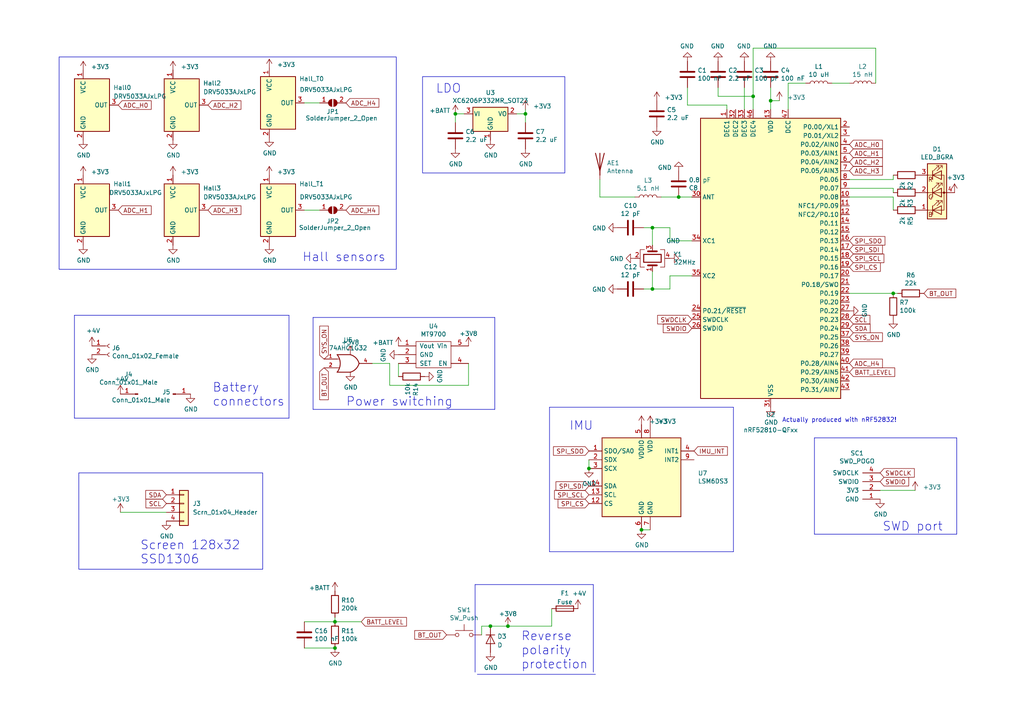
<source format=kicad_sch>
(kicad_sch (version 20230121) (generator eeschema)
  (paper "A4")
  (title_block (title "uMyo") (rev "v2") (company "Ultimate Robotics"))
  (lib_symbols
    (symbol "74xGxx:74AHC1G32" (pin_names (offset 1.016))
      (property "Reference" "U" (at -2.54 3.81 0))
      (property "Value" "74AHC1G32" (at 0 -3.81 0))
      (symbol "74AHC1G32_0_1"
        (arc (start -3.81 -2.54) (mid -2.919 0) (end -3.81 2.54) (stroke (width 0.254)))
        (arc (start 0 -2.54) (mid 1.5993 -1.6027) (end 2.54 0) (stroke (width 0.254)))
        (polyline (pts (xy -3.81 -1.27) (xy -3.175 -1.27)))
        (polyline (pts (xy -3.81 1.27) (xy -3.175 1.27)))
        (polyline (pts (xy 0 -2.54) (xy -3.81 -2.54)) (stroke (width 0.254)) (fill (type background)))
        (polyline (pts (xy 0 2.54) (xy -3.81 2.54)) (stroke (width 0.254)) (fill (type background)))
        (arc (start 2.54 0) (mid 1.6119 1.6152) (end 0 2.54) (stroke (width 0.254)))
      )
      (symbol "74AHC1G32_1_1"
        (pin input line (at -7.62 1.27 0) (length 3.81) (name "~") (number "1"))
        (pin input line (at -7.62 -1.27 0) (length 3.81) (name "~") (number "2"))
        (pin power_in line (at 0 -2.54 270) (length 0) hide (name "GND") (number "3"))
        (pin output line (at 6.35 0 180) (length 3.81) (name "~") (number "4"))
        (pin power_in line (at 0 2.54 90) (length 0) hide (name "VCC") (number "5"))
      )
    )
    (symbol "Connector:Conn_01x01_Male" (pin_names (offset 1.016) hide)
      (property "Reference" "J" (at 0 2.54 0))
      (property "Value" "Conn_01x01_Male" (at 0 -2.54 0))
      (symbol "Conn_01x01_Male_1_1"
        (polyline (pts (xy 1.27 0) (xy 0.8636 0)) (stroke (width 0.1524)))
        (rectangle (start 0.8636 0.127) (end 0 -0.127) (stroke (width 0.1524)) (fill (type outline)))
        (pin passive line (at 5.08 0 180) (length 3.81) (name "Pin_1") (number "1"))
      )
    )
    (symbol "Connector:Conn_01x02_Female" (pin_names (offset 1.016) hide)
      (property "Reference" "J" (at 0 2.54 0))
      (property "Value" "Conn_01x02_Female" (at 0 -5.08 0))
      (symbol "Conn_01x02_Female_1_1"
        (arc (start 0 -2.032) (mid -0.5058 -2.54) (end 0 -3.048) (stroke (width 0.1524)))
        (polyline (pts (xy -1.27 -2.54) (xy -0.508 -2.54)) (stroke (width 0.1524)))
        (polyline (pts (xy -1.27 0) (xy -0.508 0)) (stroke (width 0.1524)))
        (arc (start 0 0.508) (mid -0.5058 0) (end 0 -0.508) (stroke (width 0.1524)))
        (pin passive line (at -5.08 0 0) (length 3.81) (name "Pin_1") (number "1"))
        (pin passive line (at -5.08 -2.54 0) (length 3.81) (name "Pin_2") (number "2"))
      )
    )
    (symbol "Connector_Generic:Conn_01x04" (pin_names (offset 1.016) hide)
      (property "Reference" "J" (at 0 5.08 0))
      (property "Value" "Conn_01x04" (at 0 -7.62 0))
      (symbol "Conn_01x04_1_1"
        (rectangle (start -1.27 -4.953) (end 0 -5.207) (stroke (width 0.1524)))
        (rectangle (start -1.27 -2.413) (end 0 -2.667) (stroke (width 0.1524)))
        (rectangle (start -1.27 0.127) (end 0 -0.127) (stroke (width 0.1524)))
        (rectangle (start -1.27 2.667) (end 0 2.413) (stroke (width 0.1524)))
        (rectangle (start -1.27 3.81) (end 1.27 -6.35) (stroke (width 0.254)) (fill (type background)))
        (pin passive line (at -5.08 2.54 0) (length 3.81) (name "Pin_1") (number "1"))
        (pin passive line (at -5.08 0 0) (length 3.81) (name "Pin_2") (number "2"))
        (pin passive line (at -5.08 -2.54 0) (length 3.81) (name "Pin_3") (number "3"))
        (pin passive line (at -5.08 -5.08 0) (length 3.81) (name "Pin_4") (number "4"))
      )
    )
    (symbol "Device:Antenna" (pin_numbers hide) (pin_names (offset 1.016) hide)
      (property "Reference" "AE" (at -1.905 1.905 0))
      (property "Value" "Antenna" (at -1.905 0 0))
      (symbol "Antenna_0_1"
        (polyline (pts (xy 0 2.54) (xy 0 -3.81)) (stroke (width 0.254)))
        (polyline (pts (xy 1.27 2.54) (xy 0 -2.54) (xy -1.27 2.54)) (stroke (width 0.254)))
      )
      (symbol "Antenna_1_1"
        (pin input line (at 0 -5.08 90) (length 2.54) (name "A") (number "1"))
      )
    )
    (symbol "Device:C" (pin_numbers hide) (pin_names (offset 0.254))
      (property "Reference" "C" (at 0.635 2.54 0))
      (property "Value" "C" (at 0.635 -2.54 0))
      (symbol "C_0_1"
        (polyline (pts (xy -2.032 -0.762) (xy 2.032 -0.762)) (stroke (width 0.508)))
        (polyline (pts (xy -2.032 0.762) (xy 2.032 0.762)) (stroke (width 0.508)))
      )
      (symbol "C_1_1"
        (pin passive line (at 0 3.81 270) (length 2.794) (name "~") (number "1"))
        (pin passive line (at 0 -3.81 90) (length 2.794) (name "~") (number "2"))
      )
    )
    (symbol "Device:Crystal_GND24" (pin_names (offset 1.016) hide)
      (property "Reference" "Y" (at 3.175 5.08 0))
      (property "Value" "Crystal_GND24" (at 3.175 3.175 0))
      (symbol "Crystal_GND24_0_1"
        (rectangle (start -1.143 2.54) (end 1.143 -2.54) (stroke (width 0.3048)))
        (polyline (pts (xy -2.54 0) (xy -2.032 0)))
        (polyline (pts (xy -2.032 -1.27) (xy -2.032 1.27)) (stroke (width 0.508)))
        (polyline (pts (xy 0 -3.81) (xy 0 -3.556)))
        (polyline (pts (xy 0 3.556) (xy 0 3.81)))
        (polyline (pts (xy 2.032 -1.27) (xy 2.032 1.27)) (stroke (width 0.508)))
        (polyline (pts (xy 2.032 0) (xy 2.54 0)))
        (polyline (pts (xy -2.54 -2.286) (xy -2.54 -3.556) (xy 2.54 -3.556) (xy 2.54 -2.286)))
        (polyline (pts (xy -2.54 2.286) (xy -2.54 3.556) (xy 2.54 3.556) (xy 2.54 2.286)))
      )
      (symbol "Crystal_GND24_1_1"
        (pin passive line (at -3.81 0 0) (length 1.27) (name "1") (number "1"))
        (pin passive line (at 0 5.08 270) (length 1.27) (name "2") (number "2"))
        (pin passive line (at 3.81 0 180) (length 1.27) (name "3") (number "3"))
        (pin passive line (at 0 -5.08 90) (length 1.27) (name "4") (number "4"))
      )
    )
    (symbol "Device:D" (pin_numbers hide) (pin_names (offset 1.016) hide)
      (property "Reference" "D" (at 0 2.54 0))
      (property "Value" "D" (at 0 -2.54 0))
      (symbol "D_0_1"
        (polyline (pts (xy -1.27 1.27) (xy -1.27 -1.27)) (stroke (width 0.2032)))
        (polyline (pts (xy 1.27 0) (xy -1.27 0)))
        (polyline (pts (xy 1.27 1.27) (xy 1.27 -1.27) (xy -1.27 0) (xy 1.27 1.27)) (stroke (width 0.2032)))
      )
      (symbol "D_1_1"
        (pin passive line (at -3.81 0 0) (length 2.54) (name "K") (number "1"))
        (pin passive line (at 3.81 0 180) (length 2.54) (name "A") (number "2"))
      )
    )
    (symbol "Device:Fuse" (pin_numbers hide) (pin_names (offset 0))
      (property "Reference" "F" (at 2.032 0 90))
      (property "Value" "Fuse" (at -1.905 0 90))
      (symbol "Fuse_0_1"
        (rectangle (start -0.762 -2.54) (end 0.762 2.54) (stroke (width 0.254)))
        (polyline (pts (xy 0 2.54) (xy 0 -2.54)))
      )
      (symbol "Fuse_1_1"
        (pin passive line (at 0 3.81 270) (length 1.27) (name "~") (number "1"))
        (pin passive line (at 0 -3.81 90) (length 1.27) (name "~") (number "2"))
      )
    )
    (symbol "Device:L" (pin_numbers hide) (pin_names (offset 1.016) hide)
      (property "Reference" "L" (at -1.27 0 90))
      (property "Value" "L" (at 1.905 0 90))
      (symbol "L_0_1"
        (arc (start 0 -2.54) (mid 0.6323 -1.905) (end 0 -1.27))
        (arc (start 0 -1.27) (mid 0.6323 -0.635) (end 0 0))
        (arc (start 0 0) (mid 0.6323 0.635) (end 0 1.27))
        (arc (start 0 1.27) (mid 0.6323 1.905) (end 0 2.54))
      )
      (symbol "L_1_1"
        (pin passive line (at 0 3.81 270) (length 1.27) (name "1") (number "1"))
        (pin passive line (at 0 -3.81 90) (length 1.27) (name "2") (number "2"))
      )
    )
    (symbol "Device:LED_BGRA" (pin_names (offset 0) hide)
      (property "Reference" "D" (at 0 9.398 0))
      (property "Value" "LED_BGRA" (at 0 -8.89 0))
      (symbol "LED_BGRA_0_0"
        (text "B" (at -1.905 -6.35 0) (effects (font (size 1.27 1.27))))
        (text "G" (at -1.905 -1.27 0) (effects (font (size 1.27 1.27))))
        (text "R" (at -1.905 3.81 0) (effects (font (size 1.27 1.27))))
      )
      (symbol "LED_BGRA_0_1"
        (polyline (pts (xy -1.27 -5.08) (xy -2.54 -5.08)))
        (polyline (pts (xy -1.27 -5.08) (xy 1.27 -5.08)))
        (polyline (pts (xy -1.27 -3.81) (xy -1.27 -6.35)))
        (polyline (pts (xy -1.27 -3.81) (xy -1.27 -6.35)) (stroke (width 0.2032)))
        (polyline (pts (xy -1.27 0) (xy -2.54 0)))
        (polyline (pts (xy -1.27 0) (xy 1.27 0)))
        (polyline (pts (xy -1.27 1.27) (xy -1.27 -1.27)) (stroke (width 0.2032)))
        (polyline (pts (xy -1.27 5.08) (xy -2.54 5.08)))
        (polyline (pts (xy -1.27 6.35) (xy -1.27 3.81)) (stroke (width 0.2032)))
        (polyline (pts (xy 1.27 0) (xy 2.54 0)))
        (polyline (pts (xy 1.27 5.08) (xy -1.27 5.08)))
        (polyline (pts (xy -1.27 1.27) (xy -1.27 -1.27) (xy -1.27 -1.27)))
        (polyline (pts (xy -1.27 6.35) (xy -1.27 3.81) (xy -1.27 3.81)))
        (polyline (pts (xy 1.27 -5.08) (xy 2.032 -5.08) (xy 2.032 5.08) (xy 1.27 5.08)))
        (polyline (pts (xy 1.27 -3.81) (xy 1.27 -6.35) (xy -1.27 -5.08) (xy 1.27 -3.81)) (stroke (width 0.2032)))
        (polyline (pts (xy 1.27 1.27) (xy 1.27 -1.27) (xy -1.27 0) (xy 1.27 1.27)) (stroke (width 0.2032)))
        (polyline (pts (xy 1.27 6.35) (xy 1.27 3.81) (xy -1.27 5.08) (xy 1.27 6.35)) (stroke (width 0.2032)))
        (polyline (pts (xy -1.016 -3.81) (xy 0.508 -2.286) (xy -0.254 -2.286) (xy 0.508 -2.286) (xy 0.508 -3.048)))
        (polyline (pts (xy -1.016 1.27) (xy 0.508 2.794) (xy -0.254 2.794) (xy 0.508 2.794) (xy 0.508 2.032)))
        (polyline (pts (xy -1.016 6.35) (xy 0.508 7.874) (xy -0.254 7.874) (xy 0.508 7.874) (xy 0.508 7.112)))
        (polyline (pts (xy 0 -3.81) (xy 1.524 -2.286) (xy 0.762 -2.286) (xy 1.524 -2.286) (xy 1.524 -3.048)))
        (polyline (pts (xy 0 1.27) (xy 1.524 2.794) (xy 0.762 2.794) (xy 1.524 2.794) (xy 1.524 2.032)))
        (polyline (pts (xy 0 6.35) (xy 1.524 7.874) (xy 0.762 7.874) (xy 1.524 7.874) (xy 1.524 7.112)))
        (rectangle (start 1.27 -1.27) (end 1.27 1.27))
        (rectangle (start 1.27 1.27) (end 1.27 1.27))
        (rectangle (start 1.27 3.81) (end 1.27 6.35))
        (rectangle (start 1.27 6.35) (end 1.27 6.35))
        (circle (center 2.032 0) (radius 0.254) (fill (type outline)))
        (rectangle (start 2.794 8.382) (end -2.794 -7.62) (stroke (width 0.254)) (fill (type background)))
      )
      (symbol "LED_BGRA_1_1"
        (pin passive line (at -5.08 -5.08 0) (length 2.54) (name "BK") (number "1"))
        (pin passive line (at -5.08 0 0) (length 2.54) (name "GK") (number "2"))
        (pin passive line (at -5.08 5.08 0) (length 2.54) (name "RK") (number "3"))
        (pin passive line (at 5.08 0 180) (length 2.54) (name "A") (number "4"))
      )
    )
    (symbol "Device:R" (pin_numbers hide) (pin_names (offset 0))
      (property "Reference" "R" (at 2.032 0 90))
      (property "Value" "R" (at 0 0 90))
      (symbol "R_0_1"
        (rectangle (start -1.016 -2.54) (end 1.016 2.54) (stroke (width 0.254)))
      )
      (symbol "R_1_1"
        (pin passive line (at 0 3.81 270) (length 1.27) (name "~") (number "1"))
        (pin passive line (at 0 -3.81 90) (length 1.27) (name "~") (number "2"))
      )
    )
    (symbol "Jumper:SolderJumper_2_Open" (pin_names (offset 0) hide)
      (property "Reference" "JP" (at 0 2.032 0))
      (property "Value" "SolderJumper_2_Open" (at 0 -2.54 0))
      (symbol "SolderJumper_2_Open_0_1"
        (arc (start -0.254 1.016) (mid -1.2656 0) (end -0.254 -1.016))
        (arc (start -0.254 1.016) (mid -1.2656 0) (end -0.254 -1.016) (fill (type outline)))
        (polyline (pts (xy -0.254 1.016) (xy -0.254 -1.016)))
        (polyline (pts (xy 0.254 1.016) (xy 0.254 -1.016)))
        (arc (start 0.254 -1.016) (mid 1.2656 0) (end 0.254 1.016))
        (arc (start 0.254 -1.016) (mid 1.2656 0) (end 0.254 1.016) (fill (type outline)))
      )
      (symbol "SolderJumper_2_Open_1_1"
        (pin passive line (at -3.81 0 0) (length 2.54) (name "A") (number "1"))
        (pin passive line (at 3.81 0 180) (length 2.54) (name "B") (number "2"))
      )
    )
    (symbol "Sensor_Magnetic:DRV5033AJxLPG"
      (property "Reference" "U" (at 5.08 12.7 0))
      (property "Value" "DRV5033AJxLPG" (at 7.62 10.16 0))
      (symbol "DRV5033AJxLPG_1_1"
        (rectangle (start -5.08 7.62) (end 5.08 -7.62) (stroke (width 0.254)) (fill (type background)))
        (pin power_in line (at -2.54 10.16 270) (length 2.54) (name "VCC") (number "1"))
        (pin power_in line (at -2.54 -10.16 90) (length 2.54) (name "GND") (number "2"))
        (pin output line (at 7.62 0 180) (length 2.54) (name "OUT") (number "3"))
      )
    )
    (symbol "Sensor_Motion:LSM6DS3"
      (property "Reference" "U" (at -11.43 15.24 0))
      (property "Value" "LSM6DS3" (at -11.43 12.7 0))
      (symbol "LSM6DS3_0_1"
        (rectangle (start 11.43 11.43) (end -11.43 -11.43) (stroke (width 0.254)) (fill (type background)))
      )
      (symbol "LSM6DS3_1_1"
        (pin bidirectional line (at -15.24 7.62 0) (length 3.81) (name "SDO/SA0") (number "1"))
        (pin no_connect line (at 10.16 -5.08 180) (length 3.81) hide (name "NC") (number "10"))
        (pin no_connect line (at 10.16 -2.54 180) (length 3.81) hide (name "NC") (number "11"))
        (pin input line (at -15.24 -7.62 0) (length 3.81) (name "CS") (number "12"))
        (pin input line (at -15.24 -5.08 0) (length 3.81) (name "SCL") (number "13"))
        (pin bidirectional line (at -15.24 -2.54 0) (length 3.81) (name "SDA") (number "14"))
        (pin bidirectional line (at -15.24 5.08 0) (length 3.81) (name "SDX") (number "2"))
        (pin input line (at -15.24 2.54 0) (length 3.81) (name "SCX") (number "3"))
        (pin output line (at 15.24 7.62 180) (length 3.81) (name "INT1") (number "4"))
        (pin power_in line (at 0 15.24 270) (length 3.81) (name "VDDIO") (number "5"))
        (pin power_in line (at 0 -15.24 90) (length 3.81) (name "GND") (number "6"))
        (pin power_in line (at 2.54 -15.24 90) (length 3.81) (name "GND") (number "7"))
        (pin power_in line (at 2.54 15.24 270) (length 3.81) (name "VDD") (number "8"))
        (pin output line (at 15.24 5.08 180) (length 3.81) (name "INT2") (number "9"))
      )
    )
    (symbol "Switch:SW_Push" (pin_numbers hide) (pin_names (offset 1.016) hide)
      (property "Reference" "SW" (at 1.27 2.54 0))
      (property "Value" "SW_Push" (at 0 -1.524 0))
      (symbol "SW_Push_0_1"
        (circle (center -2.032 0) (radius 0.508))
        (polyline (pts (xy 0 1.27) (xy 0 3.048)))
        (polyline (pts (xy 2.54 1.27) (xy -2.54 1.27)))
        (circle (center 2.032 0) (radius 0.508))
        (pin passive line (at -5.08 0 0) (length 2.54) (name "1") (number "1"))
        (pin passive line (at 5.08 0 180) (length 2.54) (name "2") (number "2"))
      )
    )
    (symbol "power:+3.3V" (power) (pin_names (offset 0))
      (property "Value" "+3.3V" (at 0 3.556 0))
      (symbol "+3.3V_0_1"
        (polyline (pts (xy -0.762 1.27) (xy 0 2.54)))
        (polyline (pts (xy 0 0) (xy 0 2.54)))
        (polyline (pts (xy 0 2.54) (xy 0.762 1.27)))
      )
      (symbol "+3.3V_1_1"
        (pin power_in line (at 0 0 90) (length 0) hide (name "+3V3") (number "1"))
      )
    )
    (symbol "power:+3V8" (power) (pin_names (offset 0))
      (property "Value" "+3V8" (at 0 3.556 0))
      (symbol "+3V8_0_1"
        (polyline (pts (xy -0.762 1.27) (xy 0 2.54)))
        (polyline (pts (xy 0 0) (xy 0 2.54)))
        (polyline (pts (xy 0 2.54) (xy 0.762 1.27)))
      )
      (symbol "+3V8_1_1"
        (pin power_in line (at 0 0 90) (length 0) hide (name "+3V8") (number "1"))
      )
    )
    (symbol "power:+4V" (power) (pin_names (offset 0))
      (property "Value" "+4V" (at 0 3.556 0))
      (symbol "+4V_0_1"
        (polyline (pts (xy -0.762 1.27) (xy 0 2.54)))
        (polyline (pts (xy 0 0) (xy 0 2.54)))
        (polyline (pts (xy 0 2.54) (xy 0.762 1.27)))
      )
      (symbol "+4V_1_1"
        (pin power_in line (at 0 0 90) (length 0) hide (name "+4V") (number "1"))
      )
    )
    (symbol "power:+BATT" (power) (pin_names (offset 0))
      (property "Value" "+BATT" (at 0 3.556 0))
      (symbol "+BATT_0_1"
        (polyline (pts (xy -0.762 1.27) (xy 0 2.54)))
        (polyline (pts (xy 0 0) (xy 0 2.54)))
        (polyline (pts (xy 0 2.54) (xy 0.762 1.27)))
      )
      (symbol "+BATT_1_1"
        (pin power_in line (at 0 0 90) (length 0) hide (name "+BATT") (number "1"))
      )
    )
    (symbol "power:GND" (power) (pin_names (offset 0))
      (property "Value" "GND" (at 0 -3.81 0))
      (symbol "GND_0_1"
        (polyline (pts (xy 0 0) (xy 0 -1.27) (xy 1.27 -1.27) (xy 0 -2.54) (xy -1.27 -1.27) (xy 0 -1.27)))
      )
      (symbol "GND_1_1"
        (pin power_in line (at 0 0 270) (length 0) hide (name "GND") (number "1"))
      )
    )
    (symbol "ultimate_library:MCP1703A-3302_SOT23-Regulator_Linear" (pin_names (offset 0.254))
      (property "Reference" "U" (at -3.81 3.175 0))
      (property "Value" "MCP1703A-3302_SOT23-Regulator_Linear" (at 0 3.175 0))
      (symbol "MCP1703A-3302_SOT23-Regulator_Linear_0_1"
        (rectangle (start -5.08 -5.08) (end 5.08 1.905) (stroke (width 0.254)) (fill (type background)))
      )
      (symbol "MCP1703A-3302_SOT23-Regulator_Linear_1_1"
        (pin power_in line (at 0 -7.62 90) (length 2.54) (name "GND") (number "1"))
        (pin power_out line (at 7.62 0 180) (length 2.54) (name "VO") (number "2"))
        (pin power_in line (at -7.62 0 0) (length 2.54) (name "VI") (number "3"))
      )
    )
    (symbol "ultimate_library:MT9700" (pin_names (offset 1.016))
      (property "Reference" "U" (at 0 5.08 0))
      (property "Value" "MT9700" (at 0 -5.08 0))
      (symbol "MT9700_0_1"
        (rectangle (start -5.08 3.81) (end 5.08 -3.81))
      )
      (symbol "MT9700_1_1"
        (pin input line (at -10.16 2.54 0) (length 5.08) (name "Vout") (number "1"))
        (pin input line (at -10.16 0 0) (length 5.08) (name "GND") (number "2"))
        (pin input line (at -10.16 -2.54 0) (length 5.08) (name "SET") (number "3"))
        (pin input line (at 10.16 -2.54 180) (length 5.08) (name "EN") (number "4"))
        (pin input line (at 10.16 2.54 180) (length 5.08) (name "Vin") (number "5"))
      )
    )
    (symbol "ultimate_library:SWD_POGO" (pin_names (offset 1.016))
      (property "Reference" "SC" (at 0 -5.08 0))
      (property "Value" "SWD_POGO" (at 0 6.35 0))
      (symbol "SWD_POGO_1_1"
        (pin input line (at 5.08 -3.81 180) (length 5.08) (name "GND") (number "1"))
        (pin input line (at 5.08 -1.27 180) (length 5.08) (name "3V3") (number "2"))
        (pin input line (at 5.08 1.27 180) (length 5.08) (name "SWDIO") (number "3"))
        (pin input line (at 5.08 3.81 180) (length 5.08) (name "SWDCLK") (number "4"))
      )
    )
    (symbol "ultimate_library:nRF52832-QFxx"
      (property "Reference" "U" (at 0 1.27 0))
      (property "Value" "nRF52832-QFxx" (at 0 -1.27 0))
      (symbol "nRF52832-QFxx_0_1"
        (rectangle (start -20.32 40.64) (end 20.32 -40.64) (stroke (width 0.254)) (fill (type background)))
      )
      (symbol "nRF52832-QFxx_1_1"
        (pin passive line (at -12.7 43.18 270) (length 2.54) (name "DEC1") (number "1"))
        (pin bidirectional line (at 22.86 17.78 180) (length 2.54) (name "P0.08") (number "10"))
        (pin bidirectional line (at 22.86 15.24 180) (length 2.54) (name "NFC1/P0.09") (number "11"))
        (pin bidirectional line (at 22.86 12.7 180) (length 2.54) (name "NFC2/P0.10") (number "12"))
        (pin power_in line (at 0 43.18 270) (length 2.54) (name "VDD") (number "13"))
        (pin bidirectional line (at 22.86 10.16 180) (length 2.54) (name "P0.11") (number "14"))
        (pin bidirectional line (at 22.86 7.62 180) (length 2.54) (name "P0.12") (number "15"))
        (pin bidirectional line (at 22.86 5.08 180) (length 2.54) (name "P0.13") (number "16"))
        (pin bidirectional line (at 22.86 2.54 180) (length 2.54) (name "P0.14") (number "17"))
        (pin bidirectional line (at 22.86 0 180) (length 2.54) (name "P0.15") (number "18"))
        (pin bidirectional line (at 22.86 -2.54 180) (length 2.54) (name "P0.16") (number "19"))
        (pin bidirectional line (at 22.86 38.1 180) (length 2.54) (name "P0.00/XL1") (number "2"))
        (pin bidirectional line (at 22.86 -5.08 180) (length 2.54) (name "P0.17") (number "20"))
        (pin bidirectional line (at 22.86 -7.62 180) (length 2.54) (name "P0.18/SWO") (number "21"))
        (pin bidirectional line (at 22.86 -10.16 180) (length 2.54) (name "P0.19") (number "22"))
        (pin bidirectional line (at 22.86 -12.7 180) (length 2.54) (name "P0.20") (number "23"))
        (pin bidirectional line (at -22.86 -15.24 0) (length 2.54) (name "P0.21/~{RESET}") (number "24"))
        (pin input line (at -22.86 -17.78 0) (length 2.54) (name "SWDCLK") (number "25"))
        (pin bidirectional line (at -22.86 -20.32 0) (length 2.54) (name "SWDIO") (number "26"))
        (pin bidirectional line (at 22.86 -15.24 180) (length 2.54) (name "P0.22") (number "27"))
        (pin bidirectional line (at 22.86 -17.78 180) (length 2.54) (name "P0.23") (number "28"))
        (pin bidirectional line (at 22.86 -20.32 180) (length 2.54) (name "P0.24") (number "29"))
        (pin bidirectional line (at 22.86 35.56 180) (length 2.54) (name "P0.01/XL2") (number "3"))
        (pin passive line (at -22.86 17.78 0) (length 2.54) (name "ANT") (number "30"))
        (pin power_in line (at 0 -43.18 90) (length 2.54) (name "VSS") (number "31"))
        (pin passive line (at -10.16 43.18 270) (length 2.54) (name "DEC2") (number "32"))
        (pin passive line (at -7.62 43.18 270) (length 2.54) (name "DEC3") (number "33"))
        (pin input line (at -22.86 5.08 0) (length 2.54) (name "XC1") (number "34"))
        (pin input line (at -22.86 -5.08 0) (length 2.54) (name "XC2") (number "35"))
        (pin passive line (at 0 43.18 270) (length 2.54) hide (name "VDD") (number "36"))
        (pin bidirectional line (at 22.86 -22.86 180) (length 2.54) (name "P0.25") (number "37"))
        (pin bidirectional line (at 22.86 -25.4 180) (length 2.54) (name "P0.26") (number "38"))
        (pin bidirectional line (at 22.86 -27.94 180) (length 2.54) (name "P0.27") (number "39"))
        (pin bidirectional line (at 22.86 33.02 180) (length 2.54) (name "P0.02/AIN0") (number "4"))
        (pin bidirectional line (at 22.86 -30.48 180) (length 2.54) (name "P0.28/AIN4") (number "40"))
        (pin bidirectional line (at 22.86 -33.02 180) (length 2.54) (name "P0.29/AIN5") (number "41"))
        (pin bidirectional line (at 22.86 -35.56 180) (length 2.54) (name "P0.30/AIN6") (number "42"))
        (pin bidirectional line (at 22.86 -38.1 180) (length 2.54) (name "P0.31/AIN7") (number "43"))
        (pin no_connect line (at -20.32 -30.48 0) (length 2.54) hide (name "NC") (number "44"))
        (pin passive line (at 0 -43.18 90) (length 2.54) hide (name "VSS") (number "45"))
        (pin passive line (at -5.08 43.18 270) (length 2.54) (name "DEC4") (number "46"))
        (pin power_out line (at 5.08 43.18 270) (length 2.54) (name "DCC") (number "47"))
        (pin passive line (at 0 43.18 270) (length 2.54) hide (name "VDD") (number "48"))
        (pin passive line (at 0 -43.18 90) (length 2.54) hide (name "VSS") (number "49"))
        (pin bidirectional line (at 22.86 30.48 180) (length 2.54) (name "P0.03/AIN1") (number "5"))
        (pin bidirectional line (at 22.86 27.94 180) (length 2.54) (name "P0.04/AIN2") (number "6"))
        (pin bidirectional line (at 22.86 25.4 180) (length 2.54) (name "P0.05/AIN3") (number "7"))
        (pin bidirectional line (at 22.86 22.86 180) (length 2.54) (name "P0.06") (number "8"))
        (pin bidirectional line (at 22.86 20.32 180) (length 2.54) (name "P0.07") (number "9"))
      )
    )
  )
  (junction (at 142.24 181.61))
  (junction (at 259.08 85.09))
  (junction (at 189.23 66.04))
  (junction (at 97.155 187.96))
  (junction (at 97.155 180.34))
  (junction (at 170.815 135.89))
  (junction (at 152.4 33.02))
  (junction (at 132.08 33.02))
  (junction (at 189.23 83.82))
  (junction (at 147.32 181.61))
  (junction (at 223.52 29.21))
  (junction (at 196.85 57.15))
  (junction (at 186.055 153.67))
  (junction (at 218.44 27.94))
  (wire (pts (xy 189.23 66.04) (xy 189.23 71.12)))
  (polyline (pts (xy 83.82 91.44) (xy 83.82 121.285)))
  (polyline (pts (xy 137.795 169.545) (xy 137.795 194.945)))
  (wire (pts (xy 194.31 80.01) (xy 194.31 83.82)))
  (wire (pts (xy 113.03 111.76) (xy 135.89 111.76)))
  (wire (pts (xy 259.08 52.07) (xy 259.08 50.8)))
  (wire (pts (xy 160.02 176.53) (xy 160.02 181.61)))
  (wire (pts (xy 149.86 33.02) (xy 152.4 33.02)))
  (wire (pts (xy 189.23 78.74) (xy 189.23 83.82)))
  (wire (pts (xy 92.71 60.96) (xy 88.265 60.96)))
  (wire (pts (xy 134.62 33.02) (xy 132.08 33.02)))
  (wire (pts (xy 194.31 66.04) (xy 194.31 69.85)))
  (wire (pts (xy 115.57 105.41) (xy 115.57 109.22)))
  (polyline (pts (xy 172.085 169.545) (xy 172.085 194.945)))
  (wire (pts (xy 200.66 80.01) (xy 194.31 80.01)))
  (wire (pts (xy 194.31 69.85) (xy 200.66 69.85)))
  (wire (pts (xy 199.39 25.4) (xy 199.39 30.48)))
  (wire (pts (xy 241.3 24.13) (xy 246.38 24.13)))
  (wire (pts (xy 265.43 142.24) (xy 255.27 142.24)))
  (polyline (pts (xy 159.385 118.11) (xy 159.385 160.02)))
  (wire (pts (xy 147.32 181.61) (xy 160.02 181.61)))
  (wire (pts (xy 34.925 148.59) (xy 48.26 148.59)))
  (polyline (pts (xy 236.22 127) (xy 277.495 127)))
  (wire (pts (xy 97.155 180.34) (xy 104.775 180.34)))
  (wire (pts (xy 215.9 25.4) (xy 215.9 31.75)))
  (wire (pts (xy 135.89 111.76) (xy 135.89 105.41)))
  (wire (pts (xy 142.24 181.61) (xy 147.32 181.61)))
  (polyline (pts (xy 143.51 92.075) (xy 143.51 118.745)))
  (wire (pts (xy 223.52 29.21) (xy 223.52 31.75)))
  (wire (pts (xy 226.06 29.21) (xy 223.52 29.21)))
  (wire (pts (xy 210.82 30.48) (xy 210.82 31.75)))
  (wire (pts (xy 186.69 66.04) (xy 189.23 66.04)))
  (wire (pts (xy 246.38 57.15) (xy 259.08 57.15)))
  (wire (pts (xy 259.08 85.09) (xy 260.35 85.09)))
  (wire (pts (xy 259.08 57.15) (xy 259.08 60.96)))
  (wire (pts (xy 259.08 54.61) (xy 259.08 55.88)))
  (wire (pts (xy 107.95 105.41) (xy 113.03 105.41)))
  (wire (pts (xy 88.265 187.96) (xy 97.155 187.96)))
  (wire (pts (xy 152.4 33.02) (xy 152.4 35.56)))
  (wire (pts (xy 92.71 29.845) (xy 88.265 29.845)))
  (polyline (pts (xy 83.82 121.285) (xy 21.59 121.285)))
  (wire (pts (xy 246.38 54.61) (xy 259.08 54.61)))
  (wire (pts (xy 191.77 57.15) (xy 196.85 57.15)))
  (wire (pts (xy 188.595 153.67) (xy 186.055 153.67)))
  (wire (pts (xy 186.69 83.82) (xy 189.23 83.82)))
  (wire (pts (xy 139.7 181.61) (xy 139.7 184.15)))
  (polyline (pts (xy 137.795 169.545) (xy 172.085 169.545)))
  (wire (pts (xy 196.85 57.15) (xy 200.66 57.15)))
  (polyline (pts (xy 277.495 127) (xy 277.495 154.94)))
  (wire (pts (xy 246.38 85.09) (xy 259.08 85.09)))
  (wire (pts (xy 88.265 180.34) (xy 97.155 180.34)))
  (polyline (pts (xy 236.22 127) (xy 236.22 154.94)))
  (wire (pts (xy 97.155 179.07) (xy 97.155 180.34)))
  (wire (pts (xy 113.03 105.41) (xy 113.03 111.76)))
  (wire (pts (xy 228.6 24.13) (xy 233.68 24.13)))
  (polyline (pts (xy 90.805 92.075) (xy 143.51 92.075)))
  (polyline (pts (xy 277.495 154.94) (xy 236.22 154.94)))
  (wire (pts (xy 254 13.97) (xy 254 24.13)))
  (polyline (pts (xy 21.59 91.44) (xy 83.82 91.44)))
  (polyline (pts (xy 212.725 118.11) (xy 212.725 160.02)))
  (wire (pts (xy 189.23 66.04) (xy 194.31 66.04)))
  (wire (pts (xy 218.44 27.94) (xy 218.44 13.97)))
  (wire (pts (xy 218.44 13.97) (xy 254 13.97)))
  (wire (pts (xy 218.44 31.75) (xy 218.44 27.94)))
  (wire (pts (xy 208.28 27.94) (xy 208.28 25.4)))
  (polyline (pts (xy 172.72 195.58) (xy 138.43 195.58)))
  (polyline (pts (xy 143.51 118.745) (xy 90.805 118.745)))
  (wire (pts (xy 173.99 57.15) (xy 173.99 52.07)))
  (wire (pts (xy 139.7 181.61) (xy 142.24 181.61)))
  (wire (pts (xy 199.39 30.48) (xy 210.82 30.48)))
  (wire (pts (xy 132.08 33.02) (xy 132.08 35.56)))
  (polyline (pts (xy 21.59 91.44) (xy 21.59 121.285)))
  (wire (pts (xy 246.38 52.07) (xy 259.08 52.07)))
  (wire (pts (xy 189.23 83.82) (xy 194.31 83.82)))
  (wire (pts (xy 223.52 25.4) (xy 223.52 29.21)))
  (wire (pts (xy 228.6 31.75) (xy 228.6 24.13)))
  (wire (pts (xy 208.28 27.94) (xy 218.44 27.94)))
  (polyline (pts (xy 159.385 118.11) (xy 212.725 118.11)))
  (wire (pts (xy 173.99 57.15) (xy 184.15 57.15)))
  (polyline (pts (xy 212.725 160.02) (xy 159.385 160.02)))
  (wire (pts (xy 152.4 33.02) (xy 152.4 31.75)))
  (wire (pts (xy 170.815 133.35) (xy 170.815 135.89)))
  (polyline (pts (xy 90.805 92.075) (xy 90.805 118.745)))
  (rectangle (start 22.86 137.16) (end 76.2 165.1))
  (rectangle (start 17.145 16.51) (end 114.935 78.105))
  (rectangle (start 122.555 22.225) (end 163.83 50.165))
  (text "SWD port" (at 255.905 154.305 0) (effects (font (size 2.54 2.54)) (justify left bottom)))
  (text "Power switching" (at 100.33 118.11 0) (effects (font (size 2.54 2.54)) (justify left bottom)))
  (text "Battery\nconnectors" (at 61.595 118.11 0) (effects (font (size 2.54 2.54)) (justify left bottom)))
  (text "IMU" (at 165.1 125.095 0) (effects (font (size 2.54 2.54)) (justify left bottom)))
  (text "Reverse\npolarity\nprotection" (at 151.13 194.31 0) (effects (font (size 2.54 2.54)) (justify left bottom)))
  (text "LDO" (at 126.365 27.305 0) (effects (font (size 2.54 2.54)) (justify left bottom)))
  (text "Hall sensors" (at 87.63 76.2 0) (effects (font (size 2.54 2.54)) (justify left bottom)))
  (text "Actually produced with nRF52832!" (at 226.822 122.682 0) (effects (font (size 1.27 1.27)) (justify left bottom)))
  (text "Screen 128x32\nSSD1306" (at 40.64 163.83 0) (effects (font (size 2.54 2.54)) (justify left bottom)))
  (global_label "SPI_CS" (shape input) (at 246.38 77.47 0) (property "Intersheetrefs" "${INTERSHEET_REFS}" (effects hide)))
  (global_label "SCL" (shape input) (at 48.26 146.05 180) (property "Intersheetrefs" "${INTERSHEET_REFS}" (effects hide)))
  (global_label "SPI_SCL" (shape input) (at 246.38 74.93 0) (property "Intersheetrefs" "${INTERSHEET_REFS}" (effects hide)))
  (global_label "ADC_H4" (shape input) (at 246.38 105.41 0) (property "Intersheetrefs" "${INTERSHEET_REFS}" (effects hide)))
  (global_label "BATT_LEVEL" (shape input) (at 246.38 107.95 0) (property "Intersheetrefs" "${INTERSHEET_REFS}" (effects hide)))
  (global_label "ADC_H2" (shape input) (at 60.325 30.48 0) (property "Intersheetrefs" "${INTERSHEET_REFS}" (effects hide)))
  (global_label "SWDCLK" (shape input) (at 200.66 92.71 180) (property "Intersheetrefs" "${INTERSHEET_REFS}" (effects hide)))
  (global_label "BT_OUT" (shape input) (at 93.98 106.68 270) (property "Intersheetrefs" "${INTERSHEET_REFS}" (effects hide)))
  (global_label "ADC_H1" (shape input) (at 246.38 44.45 0) (property "Intersheetrefs" "${INTERSHEET_REFS}" (effects hide)))
  (global_label "ADC_H0" (shape input) (at 246.38 41.91 0) (property "Intersheetrefs" "${INTERSHEET_REFS}" (effects hide)))
  (global_label "SWDCLK" (shape input) (at 255.27 137.16 0) (property "Intersheetrefs" "${INTERSHEET_REFS}" (effects hide)))
  (global_label "SDA" (shape input) (at 48.26 143.51 180) (property "Intersheetrefs" "${INTERSHEET_REFS}" (effects hide)))
  (global_label "BT_OUT" (shape input) (at 267.97 85.09 0) (property "Intersheetrefs" "${INTERSHEET_REFS}" (effects hide)))
  (global_label "SPI_CS" (shape input) (at 170.815 146.05 180) (property "Intersheetrefs" "${INTERSHEET_REFS}" (effects hide)))
  (global_label "BT_OUT" (shape input) (at 129.54 184.15 180) (property "Intersheetrefs" "${INTERSHEET_REFS}" (effects hide)))
  (global_label "SPI_SDI" (shape input) (at 170.815 140.97 180) (property "Intersheetrefs" "${INTERSHEET_REFS}" (effects hide)))
  (global_label "SPI_SDO" (shape input) (at 170.815 130.81 180) (property "Intersheetrefs" "${INTERSHEET_REFS}" (effects hide)))
  (global_label "ADC_H1" (shape input) (at 34.29 60.96 0) (property "Intersheetrefs" "${INTERSHEET_REFS}" (effects hide)))
  (global_label "SYS_ON" (shape input) (at 93.98 104.14 90) (property "Intersheetrefs" "${INTERSHEET_REFS}" (effects hide)))
  (global_label "IMU_INT" (shape input) (at 201.295 130.81 0) (property "Intersheetrefs" "${INTERSHEET_REFS}" (effects hide)))
  (global_label "SPI_SCL" (shape input) (at 170.815 143.51 180) (property "Intersheetrefs" "${INTERSHEET_REFS}" (effects hide)))
  (global_label "BATT_LEVEL" (shape input) (at 104.775 180.34 0) (property "Intersheetrefs" "${INTERSHEET_REFS}" (effects hide)))
  (global_label "SWDIO" (shape input) (at 200.66 95.25 180) (property "Intersheetrefs" "${INTERSHEET_REFS}" (effects hide)))
  (global_label "ADC_H3" (shape input) (at 246.38 49.53 0) (property "Intersheetrefs" "${INTERSHEET_REFS}" (effects hide)))
  (global_label "ADC_H3" (shape input) (at 60.325 60.96 0) (property "Intersheetrefs" "${INTERSHEET_REFS}" (effects hide)))
  (global_label "ADC_H4" (shape input) (at 100.33 29.845 0) (property "Intersheetrefs" "${INTERSHEET_REFS}" (effects hide)))
  (global_label "ADC_H2" (shape input) (at 246.38 46.99 0) (property "Intersheetrefs" "${INTERSHEET_REFS}" (effects hide)))
  (global_label "SPI_SDI" (shape input) (at 246.38 72.39 0) (property "Intersheetrefs" "${INTERSHEET_REFS}" (effects hide)))
  (global_label "SWDIO" (shape input) (at 255.27 139.7 0) (property "Intersheetrefs" "${INTERSHEET_REFS}" (effects hide)))
  (global_label "SPI_SDO" (shape input) (at 246.38 69.85 0) (property "Intersheetrefs" "${INTERSHEET_REFS}" (effects hide)))
  (global_label "SCL" (shape input) (at 246.38 92.71 0) (property "Intersheetrefs" "${INTERSHEET_REFS}" (effects hide)))
  (global_label "ADC_H0" (shape input) (at 34.29 30.48 0) (property "Intersheetrefs" "${INTERSHEET_REFS}" (effects hide)))
  (global_label "ADC_H4" (shape input) (at 100.33 60.96 0) (property "Intersheetrefs" "${INTERSHEET_REFS}" (effects hide)))
  (global_label "SYS_ON" (shape input) (at 246.38 97.79 0) (property "Intersheetrefs" "${INTERSHEET_REFS}" (effects hide)))
  (global_label "SDA" (shape input) (at 246.38 95.25 0) (property "Intersheetrefs" "${INTERSHEET_REFS}" (effects hide)))
  (symbol (lib_id "ultimate_library:nRF52832-QFxx") (at 223.52 74.93 0) (unit 1)
    (property "Reference" "U2" (at 223.52 120.2944 0))
    (property "Value" "nRF52810-QFxx" (at 223.52 124.714 0))
    (property "Footprint" "ultimate_library:QFN-48-1EP_6x6mm_Pitch0.4mm" (effects hide))
    (property "JLCPN" "C141828" (effects hide))
  )
  (symbol (lib_id "ultimate_library:MCP1703A-3302_SOT23-Regulator_Linear") (at 142.24 33.02 0) (unit 1)
    (property "Reference" "U3" (at 142.24 26.8732 0))
    (property "Value" "XC6206P332MR_SOT23" (at 142.24 29.1846 0))
    (property "Footprint" "Package_TO_SOT_SMD:SOT-23" (effects hide))
    (property "Datasheet" "http://ww1.microchip.com/downloads/en/DeviceDoc/20005122B.pdf" (effects hide))
    (property "JLCPN" "C5446" (effects hide))
  )
  (symbol (lib_id "Device:C") (at 208.28 21.59 180) (unit 1)
    (property "Reference" "C2" (at 211.201 20.4216 0) (effects (justify right)))
    (property "Value" "2.2 uF" (at 211.201 22.733 0) (effects (justify right)))
    (property "Footprint" "Capacitor_SMD:C_0402_1005Metric" (effects hide))
    (property "JLCPN" "C12530" (effects hide))
  )
  (symbol (lib_id "Device:C") (at 215.9 21.59 180) (unit 1)
    (property "Reference" "C3" (at 218.821 20.4216 0) (effects (justify right)))
    (property "Value" "100 pF" (at 218.821 22.733 0) (effects (justify right)))
    (property "Footprint" "Capacitor_SMD:C_0402_1005Metric" (effects hide))
    (property "JLCPN" "C1546" (effects hide))
  )
  (symbol (lib_id "Device:C") (at 199.39 21.59 180) (unit 1)
    (property "Reference" "C1" (at 202.311 20.4216 0) (effects (justify right)))
    (property "Value" "100 nF" (at 202.311 22.733 0) (effects (justify right)))
    (property "Footprint" "Capacitor_SMD:C_0402_1005Metric" (effects hide))
    (property "JLCPN" "C1525" (effects hide))
  )
  (symbol (lib_id "power:+3.3V") (at 152.4 31.75 0) (unit 1)
    (property "Reference" "#PWR022" (effects hide))
    (property "Value" "+3.3V" (at 154.6352 30.8102 0) (effects (justify left)))
  )
  (symbol (lib_id "Device:C") (at 182.88 66.04 90) (unit 1)
    (property "Reference" "C10" (at 182.88 59.6392 90))
    (property "Value" "12 pF" (at 182.88 61.9506 90))
    (property "Footprint" "Capacitor_SMD:C_0402_1005Metric" (effects hide))
    (property "JLCPN" "C1547" (effects hide))
  )
  (symbol (lib_id "power:GND") (at 223.52 118.11 0) (unit 1)
    (property "Reference" "#PWR032" (effects hide))
    (property "Value" "GND" (at 223.647 122.5042 0))
  )
  (symbol (lib_id "power:GND") (at 179.07 83.82 270) (unit 1)
    (property "Reference" "#PWR020" (effects hide))
    (property "Value" "GND" (at 175.8188 83.947 90) (effects (justify right)))
  )
  (symbol (lib_id "power:GND") (at 179.07 66.04 270) (unit 1)
    (property "Reference" "#PWR017" (effects hide))
    (property "Value" "GND" (at 175.8188 66.167 90) (effects (justify right)))
  )
  (symbol (lib_id "power:GND") (at 199.39 17.78 180) (unit 1)
    (property "Reference" "#PWR01" (effects hide))
    (property "Value" "GND" (at 199.263 13.3858 0))
  )
  (symbol (lib_id "power:GND") (at 208.28 17.78 180) (unit 1)
    (property "Reference" "#PWR02" (effects hide))
    (property "Value" "GND" (at 208.153 13.3858 0))
  )
  (symbol (lib_id "power:GND") (at 215.9 17.78 180) (unit 1)
    (property "Reference" "#PWR03" (effects hide))
    (property "Value" "GND" (at 215.773 13.3858 0))
  )
  (symbol (lib_id "power:GND") (at 223.52 17.78 180) (unit 1)
    (property "Reference" "#PWR04" (effects hide))
    (property "Value" "GND" (at 223.393 13.3858 0))
  )
  (symbol (lib_id "power:GND") (at 184.15 74.93 270) (unit 1)
    (property "Reference" "#PWR018" (effects hide))
    (property "Value" "GND" (at 180.8988 75.057 90) (effects (justify right)))
  )
  (symbol (lib_id "power:GND") (at 194.31 74.93 90) (unit 1)
    (property "Reference" "#PWR019" (effects hide))
    (property "Value" "GND" (at 195.2498 69.85 90))
  )
  (symbol (lib_id "Device:Crystal_GND24") (at 189.23 74.93 90) (unit 1)
    (property "Reference" "Y1" (at 195.3514 73.7616 90) (effects (justify right)))
    (property "Value" "32MHz" (at 195.3514 76.073 90) (effects (justify right)))
    (property "Footprint" "Crystal:Crystal_SMD_2016-4Pin_2.0x1.6mm" (effects hide))
    (property "JLCPN" "C843260" (effects hide))
  )
  (symbol (lib_id "Device:C") (at 196.85 53.34 0) (mirror x) (unit 1)
    (property "Reference" "C8" (at 199.771 54.5084 0) (effects (justify left)))
    (property "Value" "0.8 pF" (at 199.771 52.197 0) (effects (justify left)))
    (property "Footprint" "Capacitor_SMD:C_0402_1005Metric" (effects hide))
    (property "JLCPN" "C88902" (effects hide))
  )
  (symbol (lib_id "Device:L") (at 187.96 57.15 90) (unit 1)
    (property "Reference" "L3" (at 187.96 52.324 90))
    (property "Value" "5.1 nH" (at 187.96 54.6354 90))
    (property "Footprint" "Inductor_SMD:L_0402_1005Metric" (effects hide))
    (property "JLCPN" "C86066" (effects hide))
  )
  (symbol (lib_id "power:GND") (at 196.85 49.53 0) (mirror x) (unit 1)
    (property "Reference" "#PWR011" (effects hide))
    (property "Value" "GND" (at 194.8688 48.5902 0) (effects (justify right)))
  )
  (symbol (lib_id "power:GND") (at 132.08 43.18 0) (unit 1)
    (property "Reference" "#PWR030" (effects hide))
    (property "Value" "GND" (at 132.207 47.5742 0))
  )
  (symbol (lib_id "power:GND") (at 152.4 43.18 0) (unit 1)
    (property "Reference" "#PWR031" (effects hide))
    (property "Value" "GND" (at 152.527 47.5742 0))
  )
  (symbol (lib_id "power:+BATT") (at 132.08 33.02 0) (unit 1)
    (property "Reference" "#PWR023" (effects hide))
    (property "Value" "+BATT" (at 130.6322 32.0802 0) (effects (justify right)))
  )
  (symbol (lib_id "power:GND") (at 142.24 40.64 0) (unit 1)
    (property "Reference" "#PWR027" (effects hide))
    (property "Value" "GND" (at 142.367 45.0342 0))
  )
  (symbol (lib_id "Device:R") (at 262.89 50.8 270) (unit 1)
    (property "Reference" "R2" (at 264.0584 52.578 0) (effects (justify left)))
    (property "Value" "2k" (at 261.747 52.578 0) (effects (justify left)))
    (property "Footprint" "Resistor_SMD:R_0402_1005Metric" (effects hide))
    (property "JLCPN" "C4109" (effects hide))
  )
  (symbol (lib_id "Device:R") (at 97.155 175.26 0) (unit 1)
    (property "Reference" "R10" (at 98.933 174.0916 0) (effects (justify left)))
    (property "Value" "200k" (at 98.933 176.403 0) (effects (justify left)))
    (property "Footprint" "Resistor_SMD:R_0402_1005Metric" (effects hide))
    (property "JLCPN" "C25764" (effects hide))
  )
  (symbol (lib_id "power:+BATT") (at 97.155 171.45 0) (unit 1)
    (property "Reference" "#PWR041" (effects hide))
    (property "Value" "+BATT" (at 95.7072 170.5102 0) (effects (justify right)))
  )
  (symbol (lib_id "power:GND") (at 97.155 187.96 0) (unit 1)
    (property "Reference" "#PWR043" (effects hide))
    (property "Value" "GND" (at 97.282 192.3542 0))
  )
  (symbol (lib_id "power:GND") (at 255.27 144.78 0) (unit 1)
    (property "Reference" "#PWR035" (effects hide))
    (property "Value" "GND" (at 255.397 149.1742 0))
  )
  (symbol (lib_id "power:+3.3V") (at 265.43 142.24 0) (unit 1)
    (property "Reference" "#PWR034" (effects hide))
    (property "Value" "+3.3V" (at 267.6652 141.3002 0) (effects (justify left)))
  )
  (symbol (lib_id "power:+3.3V") (at 276.86 55.88 0) (unit 1)
    (property "Reference" "#PWR014" (effects hide))
    (property "Value" "+3.3V" (at 277.241 51.4858 0))
  )
  (symbol (lib_id "Connector:Conn_01x01_Male") (at 40.005 114.3 180) (unit 1)
    (property "Reference" "J4" (at 37.2872 108.585 0))
    (property "Value" "Conn_01x01_Male" (at 37.2872 110.8964 0))
    (property "Footprint" "ultimate_library:conn_16_20" (effects hide))
  )
  (symbol (lib_id "Switch:SW_Push") (at 134.62 184.15 0) (unit 1)
    (property "Reference" "SW1" (at 134.62 176.911 0))
    (property "Value" "SW_Push" (at 134.62 179.2224 0))
    (property "Footprint" "Button_Switch_SMD:SW_SPST_CK_RS282G05A3" (effects hide))
    (property "JLCPN" "C2845294" (effects hide))
  )
  (symbol (lib_id "power:+3.3V") (at 226.06 29.21 0) (unit 1)
    (property "Reference" "#PWR06" (effects hide))
    (property "Value" "+3.3V" (at 228.2952 28.2702 0) (effects (justify left)))
  )
  (symbol (lib_id "power:+BATT") (at 115.57 100.33 0) (unit 1)
    (property "Reference" "#PWR024" (effects hide))
    (property "Value" "+BATT" (at 114.1222 99.3902 0) (effects (justify right)))
  )
  (symbol (lib_id "Connector:Conn_01x01_Male") (at 50.165 114.3 0) (unit 1)
    (property "Reference" "J5" (at 49.4538 113.7158 0) (effects (justify right)))
    (property "Value" "Conn_01x01_Male" (at 49.4538 116.0272 0) (effects (justify right)))
    (property "Footprint" "ultimate_library:conn_16_20" (effects hide))
  )
  (symbol (lib_id "power:GND") (at 55.245 114.3 0) (unit 1)
    (property "Reference" "#PWR042" (effects hide))
    (property "Value" "GND" (at 55.372 118.6942 0))
  )
  (symbol (lib_id "power:GND") (at 115.57 102.87 270) (unit 1)
    (property "Reference" "#PWR029" (effects hide))
    (property "Value" "GND" (at 111.1758 102.997 0))
  )
  (symbol (lib_id "ultimate_library:SWD_POGO") (at 250.19 140.97 0) (unit 1)
    (property "Reference" "SC1" (at 248.5898 131.445 0))
    (property "Value" "SWD_POGO" (at 248.5898 133.7564 0))
    (property "Footprint" "ultimate_library:SWD_POGO" (effects hide))
  )
  (symbol (lib_id "Device:L") (at 250.19 24.13 90) (unit 1)
    (property "Reference" "L2" (at 250.19 19.304 90))
    (property "Value" "15 nH" (at 250.19 21.6154 90))
    (property "Footprint" "Inductor_SMD:L_0402_1005Metric" (effects hide))
    (property "JLCPN" "C27143" (effects hide))
  )
  (symbol (lib_id "Device:L") (at 237.49 24.13 90) (unit 1)
    (property "Reference" "L1" (at 237.49 19.304 90))
    (property "Value" "10 uH" (at 237.49 21.6154 90))
    (property "Footprint" "Inductor_SMD:L_0603_1608Metric" (effects hide))
    (property "JLCPN" "C1035" (effects hide))
  )
  (symbol (lib_id "74xGxx:74AHC1G32") (at 101.6 105.41 0) (unit 1)
    (property "Reference" "U5" (at 100.965 98.6282 0))
    (property "Value" "74AHC1G32" (at 100.965 100.9396 0))
    (property "Footprint" "Package_TO_SOT_SMD:SOT-23-5" (effects hide))
    (property "Datasheet" "http://www.ti.com/lit/sg/scyt129e/scyt129e.pdf" (effects hide))
    (property "JLCPN" "C507209" (effects hide))
  )
  (symbol (lib_id "power:+4V") (at 34.925 114.3 0) (unit 1)
    (property "Reference" "#PWR044" (effects hide))
    (property "Value" "+4V" (at 35.306 109.9058 0))
  )
  (symbol (lib_id "power:GND") (at 101.6 107.95 0) (unit 1)
    (property "Reference" "#PWR033" (effects hide))
    (property "Value" "GND" (at 101.727 112.3442 0))
  )
  (symbol (lib_id "Device:R") (at 264.16 85.09 270) (unit 1)
    (property "Reference" "R6" (at 264.16 79.8322 90))
    (property "Value" "22k" (at 264.16 82.1436 90))
    (property "Footprint" "Resistor_SMD:R_0402_1005Metric" (effects hide))
    (property "JLCPN" "C25768" (effects hide))
  )
  (symbol (lib_id "power:GND") (at 259.08 92.71 0) (unit 1)
    (property "Reference" "#PWR025" (effects hide))
    (property "Value" "GND" (at 259.207 97.1042 0))
  )
  (symbol (lib_id "Device:R") (at 259.08 88.9 0) (unit 1)
    (property "Reference" "R7" (at 260.858 87.7316 0) (effects (justify left)))
    (property "Value" "100k" (at 260.858 90.043 0) (effects (justify left)))
    (property "Footprint" "Resistor_SMD:R_0402_1005Metric" (effects hide))
    (property "JLCPN" "C25741" (effects hide))
  )
  (symbol (lib_id "power:GND") (at 246.38 90.17 90) (unit 1)
    (property "Reference" "#PWR021" (effects hide))
    (property "Value" "GND" (at 250.7742 90.043 0))
  )
  (symbol (lib_id "power:+3.3V") (at 190.5 29.21 0) (unit 1)
    (property "Reference" "#PWR05" (effects hide))
    (property "Value" "+3.3V" (at 192.7352 28.2702 0) (effects (justify left)))
  )
  (symbol (lib_id "power:GND") (at 190.5 36.83 0) (unit 1)
    (property "Reference" "#PWR08" (effects hide))
    (property "Value" "GND" (at 190.627 41.2242 0))
  )
  (symbol (lib_id "Device:LED_BGRA") (at 271.78 55.88 0) (unit 1)
    (property "Reference" "D1" (at 271.78 43.2562 0))
    (property "Value" "LED_BGRA" (at 271.78 45.5676 0))
    (property "Footprint" "ultimate_library:LED_RGB_0603_a4" (effects hide))
    (property "JLCPN" "C282128" (effects hide))
  )
  (symbol (lib_id "Device:C") (at 182.88 83.82 90) (unit 1)
    (property "Reference" "C12" (at 182.88 77.4192 90))
    (property "Value" "12 pF" (at 182.88 79.7306 90))
    (property "Footprint" "Capacitor_SMD:C_0402_1005Metric" (effects hide))
    (property "JLCPN" "C1547" (effects hide))
  )
  (symbol (lib_id "Device:C") (at 223.52 21.59 180) (unit 1)
    (property "Reference" "C4" (at 226.441 20.4216 0) (effects (justify right)))
    (property "Value" "100 nF" (at 226.441 22.733 0) (effects (justify right)))
    (property "Footprint" "Capacitor_SMD:C_0402_1005Metric" (effects hide))
    (property "JLCPN" "C1525" (effects hide))
  )
  (symbol (lib_id "Device:C") (at 152.4 39.37 180) (unit 1)
    (property "Reference" "C7" (at 155.321 38.2016 0) (effects (justify right)))
    (property "Value" "2.2 uF" (at 155.321 40.513 0) (effects (justify right)))
    (property "Footprint" "Capacitor_SMD:C_0402_1005Metric" (effects hide))
    (property "JLCPN" "C12530" (effects hide))
  )
  (symbol (lib_id "Device:C") (at 132.08 39.37 180) (unit 1)
    (property "Reference" "C6" (at 135.001 38.2016 0) (effects (justify right)))
    (property "Value" "2.2 uF" (at 135.001 40.513 0) (effects (justify right)))
    (property "Footprint" "Capacitor_SMD:C_0402_1005Metric" (effects hide))
    (property "JLCPN" "C12530" (effects hide))
  )
  (symbol (lib_id "Device:R") (at 97.155 184.15 0) (unit 1)
    (property "Reference" "R11" (at 98.933 182.9816 0) (effects (justify left)))
    (property "Value" "100k" (at 98.933 185.293 0) (effects (justify left)))
    (property "Footprint" "Resistor_SMD:R_0402_1005Metric" (effects hide))
    (property "JLCPN" "C25741" (effects hide))
  )
  (symbol (lib_id "Device:R") (at 262.89 55.88 270) (unit 1)
    (property "Reference" "R3" (at 264.0584 57.658 0) (effects (justify left)))
    (property "Value" "2k" (at 261.747 57.658 0) (effects (justify left)))
    (property "Footprint" "Resistor_SMD:R_0402_1005Metric" (effects hide))
    (property "JLCPN" "C4109" (effects hide))
  )
  (symbol (lib_id "Device:R") (at 262.89 60.96 270) (unit 1)
    (property "Reference" "R5" (at 264.0584 62.738 0) (effects (justify left)))
    (property "Value" "2k" (at 261.747 62.738 0) (effects (justify left)))
    (property "Footprint" "Resistor_SMD:R_0402_1005Metric" (effects hide))
    (property "JLCPN" "C4109" (effects hide))
  )
  (symbol (lib_id "Device:C") (at 88.265 184.15 180) (unit 1)
    (property "Reference" "C16" (at 91.186 182.9816 0) (effects (justify right)))
    (property "Value" "100 nF" (at 91.186 185.293 0) (effects (justify right)))
    (property "Footprint" "Capacitor_SMD:C_0402_1005Metric" (effects hide))
    (property "JLCPN" "C1525" (effects hide))
  )
  (symbol (lib_id "Device:C") (at 190.5 33.02 180) (unit 1)
    (property "Reference" "C5" (at 193.421 31.8516 0) (effects (justify right)))
    (property "Value" "2.2 uF" (at 193.421 34.163 0) (effects (justify right)))
    (property "Footprint" "Capacitor_SMD:C_0402_1005Metric" (effects hide))
    (property "JLCPN" "C12530" (effects hide))
  )
  (symbol (lib_id "Connector:Conn_01x02_Female") (at 31.75 100.33 0) (unit 1)
    (property "Reference" "J6" (at 32.4612 100.9396 0) (effects (justify left)))
    (property "Value" "Conn_01x02_Female" (at 32.4612 103.251 0) (effects (justify left)))
    (property "Footprint" "Connector_JST:JST_PH_S2B-PH-SM4-TB_1x02-1MP_P2.00mm_Horizontal" (effects hide))
    (property "JLCPN" "C520130" (effects hide))
  )
  (symbol (lib_id "power:GND") (at 26.67 102.87 0) (unit 1)
    (property "Reference" "#PWR0101" (effects hide))
    (property "Value" "GND" (at 26.797 107.2642 0))
  )
  (symbol (lib_id "power:+4V") (at 26.67 100.33 0) (unit 1)
    (property "Reference" "#PWR0102" (effects hide))
    (property "Value" "+4V" (at 27.051 95.9358 0))
  )
  (symbol (lib_id "power:+3.3V") (at 186.055 123.19 0) (unit 1)
    (property "Reference" "#PWR0105" (effects hide))
    (property "Value" "+3.3V" (at 188.2902 122.2502 0) (effects (justify left)))
  )
  (symbol (lib_id "power:+3.3V") (at 188.595 123.19 0) (unit 1)
    (property "Reference" "#PWR0106" (effects hide))
    (property "Value" "+3.3V" (at 190.8302 122.2502 0) (effects (justify left)))
  )
  (symbol (lib_id "power:GND") (at 186.055 153.67 0) (unit 1)
    (property "Reference" "#PWR0107" (effects hide))
    (property "Value" "GND" (at 186.182 158.0642 0))
  )
  (symbol (lib_id "power:GND") (at 170.815 135.89 0) (unit 1)
    (property "Reference" "#PWR0108" (effects hide))
    (property "Value" "GND" (at 170.942 140.2842 0))
  )
  (symbol (lib_id "Sensor_Motion:LSM6DS3") (at 186.055 138.43 0) (unit 1)
    (property "Reference" "U7" (at 202.4126 137.2616 0) (effects (justify left)))
    (property "Value" "LSM6DS3" (at 202.4126 139.573 0) (effects (justify left)))
    (property "Footprint" "Package_LGA:LGA-14_3x2.5mm_P0.5mm_LayoutBorder3x4y" (effects hide))
    (property "Datasheet" "www.st.com/resource/en/datasheet/lsm6ds3.pdf" (effects hide))
    (property "JLCPN" "C967633" (effects hide))
  )
  (symbol (lib_id "ultimate_library:MT9700") (at 125.73 102.87 0) (unit 1)
    (property "Reference" "U4" (at 125.73 94.615 0))
    (property "Value" "MT9700" (at 125.73 96.9264 0))
    (property "Footprint" "Package_TO_SOT_SMD:SOT-23-5" (effects hide))
    (property "JLCPN" "C89855" (effects hide))
  )
  (symbol (lib_id "Device:R") (at 119.38 109.22 270) (unit 1)
    (property "Reference" "R14" (at 120.5484 110.998 0) (effects (justify left)))
    (property "Value" "10k" (at 118.237 110.998 0) (effects (justify left)))
    (property "Footprint" "Resistor_SMD:R_0402_1005Metric" (effects hide))
    (property "JLCPN" "C25744" (effects hide))
  )
  (symbol (lib_id "power:GND") (at 123.19 109.22 90) (unit 1)
    (property "Reference" "#PWR012" (effects hide))
    (property "Value" "GND" (at 127.5842 109.093 0))
  )
  (symbol (lib_id "Jumper:SolderJumper_2_Open") (at 96.52 60.96 0) (unit 1)
    (property "Reference" "JP2" (at 96.52 64.135 0))
    (property "Value" "SolderJumper_2_Open" (at 97.155 66.04 0))
    (property "Footprint" "Jumper:SolderJumper-2_P1.3mm_Open_RoundedPad1.0x1.5mm" (effects hide))
  )
  (symbol (lib_id "Sensor_Magnetic:DRV5033AJxLPG") (at 80.645 29.845 0) (unit 1)
    (property "Reference" "Hall_T0" (at 93.98 22.86 0) (effects (justify right)))
    (property "Value" "DRV5033AJxLPG" (at 102.235 26.035 0) (effects (justify right)))
    (property "Footprint" "Package_TO_SOT_THT:TO-92_Inline" (effects hide))
    (property "Datasheet" "https://www.ti.com/lit/ds/symlink/drv5033.pdf" (effects hide))
  )
  (symbol (lib_id "power:GND") (at 24.13 71.12 0) (unit 1)
    (property "Reference" "#PWR039" (effects hide))
    (property "Value" "GND" (at 24.257 75.5142 0))
  )
  (symbol (lib_id "power:+3V8") (at 135.89 100.33 0) (unit 1)
    (property "Reference" "#PWR0118" (effects hide))
    (property "Value" "+3V8" (at 135.89 96.7542 0))
  )
  (symbol (lib_id "power:+4V") (at 167.64 176.53 0) (unit 1)
    (property "Reference" "#PWR0116" (effects hide))
    (property "Value" "+4V" (at 168.021 172.1358 0))
  )
  (symbol (lib_id "power:GND") (at 24.13 40.64 0) (unit 1)
    (property "Reference" "#PWR037" (effects hide))
    (property "Value" "GND" (at 24.257 45.0342 0))
  )
  (symbol (lib_id "Sensor_Magnetic:DRV5033AJxLPG") (at 26.67 30.48 0) (unit 1)
    (property "Reference" "Hall0" (at 38.1 25.4 0) (effects (justify right)))
    (property "Value" "DRV5033AJxLPG" (at 48.26 27.94 0) (effects (justify right)))
    (property "Footprint" "Package_TO_SOT_THT:TO-92_Inline" (effects hide))
    (property "Datasheet" "https://www.ti.com/lit/ds/symlink/drv5033.pdf" (effects hide))
  )
  (symbol (lib_id "power:+3.3V") (at 50.165 20.32 0) (unit 1)
    (property "Reference" "#PWR040" (effects hide))
    (property "Value" "+3.3V" (at 52.4002 19.3802 0) (effects (justify left)))
  )
  (symbol (lib_id "Device:Fuse") (at 163.83 176.53 90) (unit 1)
    (property "Reference" "F1" (at 163.83 172.0682 90))
    (property "Value" "Fuse" (at 163.83 174.6051 90))
    (property "Footprint" "Fuse:Fuse_0603_1608Metric" (effects hide))
    (property "JLCPN" "C207011" (effects hide))
  )
  (symbol (lib_id "power:GND") (at 142.24 189.23 0) (unit 1)
    (property "Reference" "#PWR0115" (effects hide))
    (property "Value" "GND" (at 142.367 193.6242 0))
  )
  (symbol (lib_id "power:+3.3V") (at 78.105 50.8 0) (unit 1)
    (property "Reference" "#PWR051" (effects hide))
    (property "Value" "+3.3V" (at 80.3402 49.8602 0) (effects (justify left)))
  )
  (symbol (lib_id "Device:Antenna") (at 173.99 46.99 0) (unit 1)
    (property "Reference" "AE1" (at 176.022 47.2694 0) (effects (justify left)))
    (property "Value" "Antenna" (at 176.022 49.5808 0) (effects (justify left)))
    (property "Footprint" "ultimate_library:KH3216-A55" (effects hide))
    (property "JLCPN" "C484541" (effects hide))
  )
  (symbol (lib_id "power:+3.3V") (at 24.13 50.8 0) (unit 1)
    (property "Reference" "#PWR038" (effects hide))
    (property "Value" "+3.3V" (at 26.3652 49.8602 0) (effects (justify left)))
  )
  (symbol (lib_id "Sensor_Magnetic:DRV5033AJxLPG") (at 26.67 60.96 0) (unit 1)
    (property "Reference" "Hall1" (at 38.1 53.34 0) (effects (justify right)))
    (property "Value" "DRV5033AJxLPG" (at 46.99 55.88 0) (effects (justify right)))
    (property "Footprint" "Package_TO_SOT_THT:TO-92_Inline" (effects hide))
    (property "Datasheet" "https://www.ti.com/lit/ds/symlink/drv5033.pdf" (effects hide))
  )
  (symbol (lib_id "power:+3.3V") (at 78.105 19.685 0) (unit 1)
    (property "Reference" "#PWR049" (effects hide))
    (property "Value" "+3.3V" (at 80.3402 18.7452 0) (effects (justify left)))
  )
  (symbol (lib_id "Sensor_Magnetic:DRV5033AJxLPG") (at 80.645 60.96 0) (unit 1)
    (property "Reference" "Hall_T1" (at 93.98 53.34 0) (effects (justify right)))
    (property "Value" "DRV5033AJxLPG" (at 102.235 57.15 0) (effects (justify right)))
    (property "Footprint" "Package_TO_SOT_THT:TO-92_Inline" (effects hide))
    (property "Datasheet" "https://www.ti.com/lit/ds/symlink/drv5033.pdf" (effects hide))
  )
  (symbol (lib_id "power:+3.3V") (at 24.13 20.32 0) (unit 1)
    (property "Reference" "#PWR036" (effects hide))
    (property "Value" "+3.3V" (at 26.3652 19.3802 0) (effects (justify left)))
  )
  (symbol (lib_id "Jumper:SolderJumper_2_Open") (at 96.52 29.845 0) (unit 1)
    (property "Reference" "JP1" (at 96.52 32.385 0))
    (property "Value" "SolderJumper_2_Open" (at 99.06 34.29 0))
    (property "Footprint" "Jumper:SolderJumper-2_P1.3mm_Open_RoundedPad1.0x1.5mm" (effects hide))
  )
  (symbol (lib_id "power:+3.3V") (at 50.165 50.8 0) (unit 1)
    (property "Reference" "#PWR047" (effects hide))
    (property "Value" "+3.3V" (at 52.4002 49.8602 0) (effects (justify left)))
  )
  (symbol (lib_id "Device:D") (at 142.24 185.42 270) (unit 1)
    (property "Reference" "D3" (at 144.2466 184.5853 90) (effects (justify left)))
    (property "Value" "D" (at 144.2466 187.1222 90) (effects (justify left)))
    (property "Footprint" "Diode_SMD:D_SOD-323" (effects hide))
    (property "JLCPN" "C191023" (effects hide))
  )
  (symbol (lib_id "power:+3.3V") (at 34.925 148.59 0) (unit 1)
    (property "Reference" "#PWR07" (effects hide))
    (property "Value" "+3.3V" (at 32.385 144.78 0) (effects (justify left)))
  )
  (symbol (lib_id "Sensor_Magnetic:DRV5033AJxLPG") (at 52.705 30.48 0) (unit 1)
    (property "Reference" "Hall2" (at 64.135 24.13 0) (effects (justify right)))
    (property "Value" "DRV5033AJxLPG" (at 74.295 26.67 0) (effects (justify right)))
    (property "Footprint" "Package_TO_SOT_THT:TO-92_Inline" (effects hide))
    (property "Datasheet" "https://www.ti.com/lit/ds/symlink/drv5033.pdf" (effects hide))
  )
  (symbol (lib_id "power:GND") (at 50.165 71.12 0) (unit 1)
    (property "Reference" "#PWR048" (effects hide))
    (property "Value" "GND" (at 50.292 75.5142 0))
  )
  (symbol (lib_id "power:+3V8") (at 147.32 181.61 0) (unit 1)
    (property "Reference" "#PWR0119" (effects hide))
    (property "Value" "+3V8" (at 147.32 178.0342 0))
  )
  (symbol (lib_id "power:GND") (at 78.105 71.12 0) (unit 1)
    (property "Reference" "#PWR052" (effects hide))
    (property "Value" "GND" (at 78.232 75.5142 0))
  )
  (symbol (lib_id "power:GND") (at 78.105 40.005 0) (unit 1)
    (property "Reference" "#PWR050" (effects hide))
    (property "Value" "GND" (at 78.232 44.3992 0))
  )
  (symbol (lib_id "Sensor_Magnetic:DRV5033AJxLPG") (at 52.705 60.96 0) (unit 1)
    (property "Reference" "Hall3" (at 64.135 54.61 0) (effects (justify right)))
    (property "Value" "DRV5033AJxLPG" (at 74.295 57.15 0) (effects (justify right)))
    (property "Footprint" "Package_TO_SOT_THT:TO-92_Inline" (effects hide))
    (property "Datasheet" "https://www.ti.com/lit/ds/symlink/drv5033.pdf" (effects hide))
  )
  (symbol (lib_id "Connector_Generic:Conn_01x04") (at 53.34 146.05 0) (unit 1)
    (property "Reference" "J3" (at 55.88 146.05 0) (effects (justify left)))
    (property "Value" "Scrn_01x04_Header" (at 55.88 148.59 0) (effects (justify left)))
    (property "Footprint" "Connector_PinHeader_2.54mm:PinHeader_1x04_P2.54mm_Vertical" (effects hide))
  )
  (symbol (lib_id "power:+3V8") (at 101.6 102.87 0) (unit 1)
    (property "Reference" "#PWR0117" (effects hide))
    (property "Value" "+3V8" (at 101.6 99.2942 0))
  )
  (symbol (lib_id "power:GND") (at 50.165 40.64 0) (unit 1)
    (property "Reference" "#PWR046" (effects hide))
    (property "Value" "GND" (at 50.292 45.0342 0))
  )
  (symbol (lib_id "power:GND") (at 48.26 151.13 0) (unit 1)
    (property "Reference" "#PWR028" (effects hide))
    (property "Value" "GND" (at 48.387 155.5242 0))
  )
)
</source>
